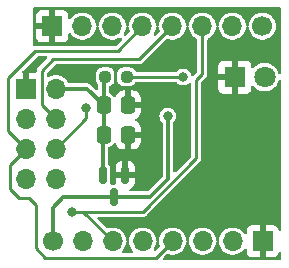
<source format=gbr>
%TF.GenerationSoftware,KiCad,Pcbnew,7.0.2-1.fc38*%
%TF.CreationDate,2023-05-30T17:24:49+02:00*%
%TF.ProjectId,cc1101_pcb,63633131-3031-45f7-9063-622e6b696361,rev?*%
%TF.SameCoordinates,Original*%
%TF.FileFunction,Copper,L1,Top*%
%TF.FilePolarity,Positive*%
%FSLAX46Y46*%
G04 Gerber Fmt 4.6, Leading zero omitted, Abs format (unit mm)*
G04 Created by KiCad (PCBNEW 7.0.2-1.fc38) date 2023-05-30 17:24:49*
%MOMM*%
%LPD*%
G01*
G04 APERTURE LIST*
G04 Aperture macros list*
%AMRoundRect*
0 Rectangle with rounded corners*
0 $1 Rounding radius*
0 $2 $3 $4 $5 $6 $7 $8 $9 X,Y pos of 4 corners*
0 Add a 4 corners polygon primitive as box body*
4,1,4,$2,$3,$4,$5,$6,$7,$8,$9,$2,$3,0*
0 Add four circle primitives for the rounded corners*
1,1,$1+$1,$2,$3*
1,1,$1+$1,$4,$5*
1,1,$1+$1,$6,$7*
1,1,$1+$1,$8,$9*
0 Add four rect primitives between the rounded corners*
20,1,$1+$1,$2,$3,$4,$5,0*
20,1,$1+$1,$4,$5,$6,$7,0*
20,1,$1+$1,$6,$7,$8,$9,0*
20,1,$1+$1,$8,$9,$2,$3,0*%
G04 Aperture macros list end*
%TA.AperFunction,ComponentPad*%
%ADD10C,1.700000*%
%TD*%
%TA.AperFunction,ComponentPad*%
%ADD11O,1.700000X1.700000*%
%TD*%
%TA.AperFunction,ComponentPad*%
%ADD12R,1.700000X1.700000*%
%TD*%
%TA.AperFunction,SMDPad,CuDef*%
%ADD13RoundRect,0.237500X0.250000X0.237500X-0.250000X0.237500X-0.250000X-0.237500X0.250000X-0.237500X0*%
%TD*%
%TA.AperFunction,SMDPad,CuDef*%
%ADD14RoundRect,0.250000X-0.337500X-0.475000X0.337500X-0.475000X0.337500X0.475000X-0.337500X0.475000X0*%
%TD*%
%TA.AperFunction,SMDPad,CuDef*%
%ADD15RoundRect,0.150000X-0.150000X0.587500X-0.150000X-0.587500X0.150000X-0.587500X0.150000X0.587500X0*%
%TD*%
%TA.AperFunction,ComponentPad*%
%ADD16R,1.800000X1.800000*%
%TD*%
%TA.AperFunction,ComponentPad*%
%ADD17C,1.800000*%
%TD*%
%TA.AperFunction,ViaPad*%
%ADD18C,0.800000*%
%TD*%
%TA.AperFunction,Conductor*%
%ADD19C,0.300000*%
%TD*%
%TA.AperFunction,Conductor*%
%ADD20C,0.250000*%
%TD*%
G04 APERTURE END LIST*
D10*
%TO.P,J1,1,Pin_1*%
%TO.N,Net-(J1-Pin_1)*%
X55200000Y-78900000D03*
D11*
%TO.P,J1,2,Pin_2*%
%TO.N,Net-(J1-Pin_2)*%
X52660000Y-78900000D03*
%TO.P,J1,3,Pin_3*%
%TO.N,Net-(J1-Pin_3)*%
X50120000Y-78900000D03*
%TO.P,J1,4,Pin_4*%
%TO.N,Net-(J1-Pin_4)*%
X47580000Y-78900000D03*
%TO.P,J1,5,Pin_5*%
%TO.N,Net-(J1-Pin_5)*%
X45040000Y-78900000D03*
%TO.P,J1,6,Pin_6*%
%TO.N,Net-(J1-Pin_6)*%
X42500000Y-78900000D03*
%TO.P,J1,7,Pin_7*%
%TO.N,unconnected-(J1-Pin_7-Pad7)*%
X39960000Y-78900000D03*
D12*
%TO.P,J1,8,Pin_8*%
%TO.N,GND*%
X37420000Y-78900000D03*
%TD*%
D13*
%TO.P,R1,1*%
%TO.N,Net-(D1-A)*%
X43712500Y-83162500D03*
%TO.P,R1,2*%
%TO.N,Net-(J3-Pin_2)*%
X41887500Y-83162500D03*
%TD*%
D10*
%TO.P,J2,1,Pin_1*%
%TO.N,Net-(J1-Pin_1)*%
X37440000Y-97100000D03*
D11*
%TO.P,J2,2,Pin_2*%
%TO.N,Net-(J1-Pin_2)*%
X39980000Y-97100000D03*
%TO.P,J2,3,Pin_3*%
%TO.N,Net-(J1-Pin_3)*%
X42520000Y-97100000D03*
%TO.P,J2,4,Pin_4*%
%TO.N,Net-(J1-Pin_4)*%
X45060000Y-97100000D03*
%TO.P,J2,5,Pin_5*%
%TO.N,Net-(J1-Pin_5)*%
X47600000Y-97100000D03*
%TO.P,J2,6,Pin_6*%
%TO.N,Net-(J1-Pin_6)*%
X50140000Y-97100000D03*
%TO.P,J2,7,Pin_7*%
%TO.N,unconnected-(J2-Pin_7-Pad7)*%
X52680000Y-97100000D03*
D12*
%TO.P,J2,8,Pin_8*%
%TO.N,GND*%
X55220000Y-97100000D03*
%TD*%
D14*
%TO.P,C1,1*%
%TO.N,Net-(J3-Pin_2)*%
X41762500Y-88100000D03*
%TO.P,C1,2*%
%TO.N,GND*%
X43837500Y-88100000D03*
%TD*%
D15*
%TO.P,MCP1700,1,GND*%
%TO.N,GND*%
X43600000Y-91462500D03*
%TO.P,MCP1700,2,VO*%
%TO.N,Net-(J3-Pin_2)*%
X41700000Y-91462500D03*
%TO.P,MCP1700,3,VI*%
%TO.N,Net-(J1-Pin_1)*%
X42650000Y-93337500D03*
%TD*%
D16*
%TO.P,LED,1,K*%
%TO.N,GND*%
X52860000Y-83200000D03*
D17*
%TO.P,LED,2,A*%
%TO.N,Net-(D1-A)*%
X55400000Y-83200000D03*
%TD*%
D14*
%TO.P,C2,1*%
%TO.N,Net-(J3-Pin_2)*%
X41762500Y-85562500D03*
%TO.P,C2,2*%
%TO.N,GND*%
X43837500Y-85562500D03*
%TD*%
D12*
%TO.P,J3,1,Pin_1*%
%TO.N,GND*%
X35160000Y-84180000D03*
D11*
%TO.P,J3,2,Pin_2*%
%TO.N,Net-(J3-Pin_2)*%
X37700000Y-84180000D03*
%TO.P,J3,3,Pin_3*%
%TO.N,Net-(J1-Pin_6)*%
X35160000Y-86720000D03*
%TO.P,J3,4,Pin_4*%
%TO.N,Net-(J1-Pin_4)*%
X37700000Y-86720000D03*
%TO.P,J3,5,Pin_5*%
%TO.N,Net-(J1-Pin_5)*%
X35160000Y-89260000D03*
%TO.P,J3,6,Pin_6*%
%TO.N,Net-(J1-Pin_2)*%
X37700000Y-89260000D03*
%TO.P,J3,7,Pin_7*%
%TO.N,Net-(J1-Pin_3)*%
X35160000Y-91800000D03*
%TO.P,J3,8,Pin_8*%
%TO.N,unconnected-(J3-Pin_8-Pad8)*%
X37700000Y-91800000D03*
%TD*%
D18*
%TO.N,GND*%
X46000000Y-86600000D03*
X46000000Y-90200000D03*
%TO.N,Net-(J1-Pin_1)*%
X47200000Y-86500000D03*
%TO.N,Net-(J1-Pin_2)*%
X40300000Y-85800000D03*
%TO.N,Net-(J1-Pin_3)*%
X39100000Y-94600000D03*
%TO.N,Net-(D1-A)*%
X48500000Y-83200000D03*
%TD*%
D19*
%TO.N,Net-(J3-Pin_2)*%
X41700000Y-91462500D02*
X41700000Y-88162500D01*
X41762500Y-88100000D02*
X41762500Y-85562500D01*
X41762500Y-85562500D02*
X41762500Y-83287500D01*
X41762500Y-83287500D02*
X41887500Y-83162500D01*
X40380000Y-84180000D02*
X41762500Y-85562500D01*
X37700000Y-84180000D02*
X40380000Y-84180000D01*
X41700000Y-88162500D02*
X41762500Y-88100000D01*
%TO.N,Net-(J1-Pin_1)*%
X47200000Y-91800000D02*
X45662500Y-93337500D01*
X45662500Y-93337500D02*
X42650000Y-93337500D01*
X47200000Y-86500000D02*
X47200000Y-91800000D01*
X37440000Y-97100000D02*
X37440000Y-94260000D01*
X37440000Y-94260000D02*
X38362500Y-93337500D01*
X38362500Y-93337500D02*
X42650000Y-93337500D01*
D20*
%TO.N,Net-(J1-Pin_2)*%
X40300000Y-86660000D02*
X40300000Y-85800000D01*
X37700000Y-89260000D02*
X40300000Y-86660000D01*
%TO.N,Net-(J1-Pin_3)*%
X39100000Y-94600000D02*
X45071752Y-94600000D01*
X50120000Y-82951752D02*
X50120000Y-78900000D01*
X40020000Y-94600000D02*
X42520000Y-97100000D01*
X39100000Y-94600000D02*
X40020000Y-94600000D01*
X45071752Y-94600000D02*
X49600000Y-90071752D01*
X49600000Y-83471752D02*
X50120000Y-82951752D01*
X49600000Y-90071752D02*
X49600000Y-83471752D01*
%TO.N,Net-(J1-Pin_4)*%
X37500000Y-81700000D02*
X36525000Y-82675000D01*
X36525000Y-82675000D02*
X36525000Y-85545000D01*
X44780000Y-81700000D02*
X37500000Y-81700000D01*
X47580000Y-78900000D02*
X44780000Y-81700000D01*
X36525000Y-85545000D02*
X37700000Y-86720000D01*
%TO.N,Net-(J1-Pin_5)*%
X33800000Y-92700000D02*
X34575000Y-93475000D01*
X35160000Y-89260000D02*
X33700000Y-87800000D01*
X42940000Y-81000000D02*
X45040000Y-78900000D01*
X46200000Y-98500000D02*
X47600000Y-97100000D01*
X33700000Y-87800000D02*
X33700000Y-83290000D01*
X36000000Y-94000000D02*
X36000000Y-97700000D01*
X34575000Y-93475000D02*
X35475000Y-93475000D01*
X35990000Y-81000000D02*
X42940000Y-81000000D01*
X36000000Y-97700000D02*
X36800000Y-98500000D01*
X33800000Y-90620000D02*
X33800000Y-92700000D01*
X36800000Y-98500000D02*
X46200000Y-98500000D01*
X35475000Y-93475000D02*
X36000000Y-94000000D01*
X35160000Y-89260000D02*
X33800000Y-90620000D01*
X33700000Y-83290000D02*
X35990000Y-81000000D01*
%TO.N,Net-(D1-A)*%
X48462500Y-83162500D02*
X48500000Y-83200000D01*
X43712500Y-83162500D02*
X48462500Y-83162500D01*
%TD*%
%TA.AperFunction,Conductor*%
%TO.N,GND*%
G36*
X56743039Y-77319685D02*
G01*
X56788794Y-77372489D01*
X56800000Y-77424000D01*
X56800000Y-82844779D01*
X56780315Y-82911818D01*
X56727511Y-82957573D01*
X56658353Y-82967517D01*
X56594797Y-82938492D01*
X56557023Y-82879714D01*
X56556734Y-82878713D01*
X56524230Y-82764473D01*
X56425058Y-82565311D01*
X56290980Y-82387762D01*
X56126562Y-82237875D01*
X55937404Y-82120754D01*
X55842138Y-82083848D01*
X55729940Y-82040382D01*
X55511243Y-81999500D01*
X55288757Y-81999500D01*
X55070059Y-82040382D01*
X55070060Y-82040382D01*
X54862595Y-82120754D01*
X54673437Y-82237875D01*
X54509019Y-82387762D01*
X54482954Y-82422279D01*
X54426845Y-82463915D01*
X54357133Y-82468606D01*
X54295951Y-82434864D01*
X54262724Y-82373400D01*
X54260000Y-82347552D01*
X54260000Y-82255481D01*
X54259645Y-82248867D01*
X54253599Y-82192628D01*
X54203352Y-82057910D01*
X54117188Y-81942811D01*
X54002089Y-81856647D01*
X53867371Y-81806400D01*
X53811132Y-81800354D01*
X53804518Y-81800000D01*
X53110000Y-81800000D01*
X53110000Y-82825810D01*
X53057453Y-82789984D01*
X52927827Y-82750000D01*
X52826276Y-82750000D01*
X52725862Y-82765135D01*
X52610000Y-82820931D01*
X52610000Y-81800000D01*
X51915482Y-81800000D01*
X51908867Y-81800354D01*
X51852628Y-81806400D01*
X51717910Y-81856647D01*
X51602811Y-81942811D01*
X51516647Y-82057910D01*
X51466400Y-82192628D01*
X51460354Y-82248867D01*
X51460000Y-82255481D01*
X51460000Y-82950000D01*
X52484722Y-82950000D01*
X52436375Y-83033740D01*
X52406190Y-83165992D01*
X52416327Y-83301265D01*
X52465887Y-83427541D01*
X52483797Y-83450000D01*
X51460000Y-83450000D01*
X51460000Y-84144518D01*
X51460354Y-84151132D01*
X51466400Y-84207371D01*
X51516647Y-84342089D01*
X51602811Y-84457188D01*
X51717910Y-84543352D01*
X51852628Y-84593599D01*
X51908867Y-84599645D01*
X51915482Y-84600000D01*
X52610000Y-84600000D01*
X52610000Y-83574189D01*
X52662547Y-83610016D01*
X52792173Y-83650000D01*
X52893724Y-83650000D01*
X52994138Y-83634865D01*
X53110000Y-83579068D01*
X53110000Y-84600000D01*
X53804518Y-84600000D01*
X53811132Y-84599645D01*
X53867371Y-84593599D01*
X54002089Y-84543352D01*
X54117188Y-84457188D01*
X54203352Y-84342089D01*
X54253599Y-84207371D01*
X54259645Y-84151132D01*
X54260000Y-84144518D01*
X54260000Y-84052447D01*
X54279685Y-83985408D01*
X54332489Y-83939653D01*
X54401647Y-83929709D01*
X54465203Y-83958734D01*
X54482952Y-83977718D01*
X54495388Y-83994186D01*
X54509020Y-84012238D01*
X54673437Y-84162124D01*
X54862595Y-84279245D01*
X54862597Y-84279245D01*
X54862599Y-84279247D01*
X55070060Y-84359618D01*
X55288757Y-84400500D01*
X55288759Y-84400500D01*
X55511241Y-84400500D01*
X55511243Y-84400500D01*
X55729940Y-84359618D01*
X55937401Y-84279247D01*
X56126562Y-84162124D01*
X56290981Y-84012236D01*
X56425058Y-83834689D01*
X56524229Y-83635528D01*
X56525142Y-83632321D01*
X56556734Y-83521286D01*
X56594013Y-83462193D01*
X56657322Y-83432635D01*
X56726562Y-83441997D01*
X56779749Y-83487307D01*
X56799996Y-83554178D01*
X56800000Y-83555220D01*
X56800000Y-96089156D01*
X56780315Y-96156195D01*
X56727511Y-96201950D01*
X56658353Y-96211894D01*
X56594797Y-96182869D01*
X56559818Y-96132490D01*
X56513352Y-96007910D01*
X56427188Y-95892811D01*
X56312089Y-95806647D01*
X56177371Y-95756400D01*
X56121132Y-95750354D01*
X56114518Y-95750000D01*
X55470000Y-95750000D01*
X55470000Y-96664498D01*
X55362315Y-96615320D01*
X55255763Y-96600000D01*
X55184237Y-96600000D01*
X55077685Y-96615320D01*
X54970000Y-96664498D01*
X54970000Y-95750000D01*
X54325482Y-95750000D01*
X54318867Y-95750354D01*
X54262628Y-95756400D01*
X54127910Y-95806647D01*
X54012811Y-95892811D01*
X53926647Y-96007910D01*
X53876400Y-96142628D01*
X53870354Y-96198867D01*
X53870000Y-96205481D01*
X53870000Y-96396731D01*
X53850315Y-96463770D01*
X53797511Y-96509525D01*
X53728353Y-96519469D01*
X53664797Y-96490444D01*
X53647046Y-96471458D01*
X53533873Y-96321594D01*
X53376301Y-96177947D01*
X53195017Y-96065701D01*
X52996198Y-95988679D01*
X52979411Y-95985541D01*
X52786610Y-95949500D01*
X52573390Y-95949500D01*
X52433664Y-95975619D01*
X52363801Y-95988679D01*
X52164982Y-96065701D01*
X51983698Y-96177947D01*
X51826126Y-96321594D01*
X51697631Y-96491747D01*
X51602595Y-96682609D01*
X51544243Y-96887689D01*
X51533471Y-97003951D01*
X51507685Y-97068888D01*
X51463130Y-97100804D01*
X51499503Y-97121668D01*
X51531693Y-97183681D01*
X51533471Y-97196048D01*
X51544243Y-97312310D01*
X51602595Y-97517390D01*
X51697631Y-97708252D01*
X51826126Y-97878405D01*
X51826128Y-97878407D01*
X51983698Y-98022052D01*
X52164981Y-98134298D01*
X52363802Y-98211321D01*
X52573390Y-98250500D01*
X52573392Y-98250500D01*
X52786608Y-98250500D01*
X52786610Y-98250500D01*
X52996198Y-98211321D01*
X53195019Y-98134298D01*
X53376302Y-98022052D01*
X53533872Y-97878407D01*
X53647047Y-97728540D01*
X53703155Y-97686905D01*
X53772867Y-97682214D01*
X53834049Y-97715956D01*
X53867276Y-97777419D01*
X53870000Y-97803268D01*
X53870000Y-97994518D01*
X53870354Y-98001132D01*
X53876400Y-98057371D01*
X53926647Y-98192089D01*
X54012811Y-98307188D01*
X54127910Y-98393352D01*
X54262628Y-98443599D01*
X54318867Y-98449645D01*
X54325482Y-98450000D01*
X54970000Y-98450000D01*
X54970000Y-97535501D01*
X55077685Y-97584680D01*
X55184237Y-97600000D01*
X55255763Y-97600000D01*
X55362315Y-97584680D01*
X55470000Y-97535501D01*
X55470000Y-98450000D01*
X56114518Y-98450000D01*
X56121132Y-98449645D01*
X56177371Y-98443599D01*
X56312089Y-98393352D01*
X56427188Y-98307188D01*
X56513352Y-98192088D01*
X56559818Y-98067510D01*
X56601689Y-98011576D01*
X56667154Y-97987159D01*
X56735427Y-98002011D01*
X56784832Y-98051416D01*
X56800000Y-98110843D01*
X56800000Y-98576000D01*
X56780315Y-98643039D01*
X56727511Y-98688794D01*
X56676000Y-98700000D01*
X46901109Y-98700000D01*
X46834070Y-98680315D01*
X46788315Y-98627511D01*
X46778371Y-98558353D01*
X46807396Y-98494797D01*
X46813428Y-98488319D01*
X46908395Y-98393352D01*
X47087290Y-98214456D01*
X47148611Y-98180973D01*
X47218302Y-98185957D01*
X47219762Y-98186512D01*
X47234158Y-98192089D01*
X47283802Y-98211321D01*
X47493390Y-98250500D01*
X47493392Y-98250500D01*
X47706608Y-98250500D01*
X47706610Y-98250500D01*
X47916198Y-98211321D01*
X48115019Y-98134298D01*
X48296302Y-98022052D01*
X48453872Y-97878407D01*
X48582366Y-97708255D01*
X48582366Y-97708253D01*
X48582368Y-97708252D01*
X48673639Y-97524952D01*
X48677405Y-97517389D01*
X48735756Y-97312310D01*
X48746529Y-97196047D01*
X48772315Y-97131111D01*
X48814622Y-97100804D01*
X48923130Y-97100804D01*
X48959503Y-97121668D01*
X48991693Y-97183681D01*
X48993471Y-97196048D01*
X49004243Y-97312310D01*
X49062595Y-97517390D01*
X49157631Y-97708252D01*
X49286126Y-97878405D01*
X49286128Y-97878407D01*
X49443698Y-98022052D01*
X49624981Y-98134298D01*
X49823802Y-98211321D01*
X50033390Y-98250500D01*
X50033392Y-98250500D01*
X50246608Y-98250500D01*
X50246610Y-98250500D01*
X50456198Y-98211321D01*
X50655019Y-98134298D01*
X50836302Y-98022052D01*
X50993872Y-97878407D01*
X51122366Y-97708255D01*
X51122366Y-97708253D01*
X51122368Y-97708252D01*
X51213639Y-97524952D01*
X51217405Y-97517389D01*
X51275756Y-97312310D01*
X51286529Y-97196047D01*
X51312315Y-97131111D01*
X51356869Y-97099194D01*
X51320497Y-97078331D01*
X51288307Y-97016318D01*
X51286529Y-97003951D01*
X51275756Y-96887689D01*
X51242043Y-96769202D01*
X51217405Y-96682611D01*
X51213639Y-96675048D01*
X51122368Y-96491747D01*
X50993873Y-96321594D01*
X50836301Y-96177947D01*
X50655017Y-96065701D01*
X50456198Y-95988679D01*
X50439411Y-95985541D01*
X50246610Y-95949500D01*
X50033390Y-95949500D01*
X49893664Y-95975619D01*
X49823801Y-95988679D01*
X49624982Y-96065701D01*
X49443698Y-96177947D01*
X49286126Y-96321594D01*
X49157631Y-96491747D01*
X49062595Y-96682609D01*
X49004243Y-96887689D01*
X48993471Y-97003951D01*
X48967685Y-97068888D01*
X48923130Y-97100804D01*
X48814622Y-97100804D01*
X48816869Y-97099194D01*
X48780497Y-97078331D01*
X48748307Y-97016318D01*
X48746529Y-97003951D01*
X48735756Y-96887689D01*
X48702043Y-96769202D01*
X48677405Y-96682611D01*
X48673639Y-96675048D01*
X48582368Y-96491747D01*
X48453873Y-96321594D01*
X48296301Y-96177947D01*
X48115017Y-96065701D01*
X47916198Y-95988679D01*
X47899411Y-95985541D01*
X47706610Y-95949500D01*
X47493390Y-95949500D01*
X47353664Y-95975619D01*
X47283801Y-95988679D01*
X47084982Y-96065701D01*
X46903698Y-96177947D01*
X46746126Y-96321594D01*
X46617631Y-96491747D01*
X46522595Y-96682609D01*
X46464243Y-96887689D01*
X46453471Y-97003951D01*
X46427685Y-97068888D01*
X46383130Y-97100804D01*
X46419503Y-97121668D01*
X46451693Y-97183681D01*
X46453471Y-97196048D01*
X46464244Y-97312312D01*
X46515558Y-97492662D01*
X46514972Y-97562529D01*
X46483973Y-97614277D01*
X46233357Y-97864893D01*
X46172034Y-97898378D01*
X46102342Y-97893394D01*
X46046409Y-97851522D01*
X46021992Y-97786058D01*
X46036844Y-97717785D01*
X46040238Y-97712528D01*
X46052997Y-97686905D01*
X46137405Y-97517389D01*
X46195756Y-97312310D01*
X46206529Y-97196047D01*
X46232315Y-97131111D01*
X46276869Y-97099194D01*
X46240497Y-97078331D01*
X46208307Y-97016318D01*
X46206529Y-97003951D01*
X46195756Y-96887689D01*
X46162043Y-96769202D01*
X46137405Y-96682611D01*
X46133639Y-96675048D01*
X46042368Y-96491747D01*
X45913873Y-96321594D01*
X45756301Y-96177947D01*
X45575017Y-96065701D01*
X45376198Y-95988679D01*
X45359411Y-95985541D01*
X45166610Y-95949500D01*
X44953390Y-95949500D01*
X44813664Y-95975619D01*
X44743801Y-95988679D01*
X44544982Y-96065701D01*
X44363698Y-96177947D01*
X44206126Y-96321594D01*
X44077631Y-96491747D01*
X43982595Y-96682609D01*
X43924243Y-96887689D01*
X43913471Y-97003951D01*
X43887685Y-97068888D01*
X43843130Y-97100804D01*
X43879503Y-97121668D01*
X43911693Y-97183681D01*
X43913471Y-97196048D01*
X43924243Y-97312310D01*
X43982595Y-97517390D01*
X44077631Y-97708252D01*
X44204139Y-97875773D01*
X44228831Y-97941134D01*
X44214266Y-98009469D01*
X44165069Y-98059081D01*
X44105185Y-98074500D01*
X43474815Y-98074500D01*
X43407776Y-98054815D01*
X43362021Y-98002011D01*
X43352077Y-97932853D01*
X43375861Y-97875773D01*
X43394175Y-97851522D01*
X43502366Y-97708255D01*
X43502366Y-97708253D01*
X43502368Y-97708252D01*
X43593639Y-97524952D01*
X43597405Y-97517389D01*
X43655756Y-97312310D01*
X43666529Y-97196047D01*
X43692315Y-97131111D01*
X43736869Y-97099194D01*
X43700497Y-97078331D01*
X43668307Y-97016318D01*
X43666529Y-97003951D01*
X43655756Y-96887689D01*
X43622043Y-96769202D01*
X43597405Y-96682611D01*
X43593639Y-96675048D01*
X43502368Y-96491747D01*
X43373873Y-96321594D01*
X43216301Y-96177947D01*
X43035017Y-96065701D01*
X42836198Y-95988679D01*
X42819411Y-95985541D01*
X42626610Y-95949500D01*
X42413390Y-95949500D01*
X42203802Y-95988679D01*
X42203800Y-95988679D01*
X42203798Y-95988680D01*
X42139762Y-96013487D01*
X42070139Y-96019348D01*
X42008399Y-95986638D01*
X42007289Y-95985541D01*
X41258929Y-95237181D01*
X41225444Y-95175858D01*
X41230428Y-95106166D01*
X41272300Y-95050233D01*
X41337764Y-95025816D01*
X41346610Y-95025500D01*
X45139143Y-95025500D01*
X45139145Y-95025500D01*
X45162115Y-95018035D01*
X45181018Y-95013497D01*
X45204878Y-95009719D01*
X45226399Y-94998752D01*
X45244368Y-94991309D01*
X45267333Y-94983849D01*
X45286863Y-94969658D01*
X45303456Y-94959489D01*
X45324972Y-94948528D01*
X45420280Y-94853220D01*
X49924554Y-90348946D01*
X49952232Y-90321268D01*
X49955776Y-90310746D01*
X49959495Y-90303446D01*
X49969650Y-90286877D01*
X49983850Y-90267333D01*
X49991312Y-90244364D01*
X49998752Y-90226398D01*
X50009719Y-90204878D01*
X50013496Y-90181023D01*
X50018036Y-90162115D01*
X50025500Y-90139145D01*
X50025500Y-90004359D01*
X50025500Y-83699359D01*
X50045185Y-83632321D01*
X50061815Y-83611683D01*
X50373218Y-83300280D01*
X50373220Y-83300280D01*
X50468528Y-83204972D01*
X50479491Y-83183454D01*
X50489657Y-83166865D01*
X50503849Y-83147333D01*
X50511310Y-83124366D01*
X50518753Y-83106397D01*
X50529719Y-83084878D01*
X50533497Y-83061018D01*
X50538035Y-83042115D01*
X50545500Y-83019145D01*
X50545500Y-82884359D01*
X50545500Y-80053919D01*
X50565185Y-79986880D01*
X50617989Y-79941125D01*
X50624691Y-79938298D01*
X50635019Y-79934298D01*
X50816302Y-79822052D01*
X50973872Y-79678407D01*
X51102366Y-79508255D01*
X51102366Y-79508253D01*
X51102368Y-79508252D01*
X51193639Y-79324952D01*
X51197405Y-79317389D01*
X51255756Y-79112310D01*
X51266529Y-78996047D01*
X51292315Y-78931111D01*
X51334622Y-78900804D01*
X51443130Y-78900804D01*
X51479503Y-78921668D01*
X51511693Y-78983681D01*
X51513471Y-78996048D01*
X51524243Y-79112310D01*
X51582595Y-79317390D01*
X51677631Y-79508252D01*
X51806126Y-79678405D01*
X51806128Y-79678407D01*
X51963698Y-79822052D01*
X52144981Y-79934298D01*
X52343802Y-80011321D01*
X52553390Y-80050500D01*
X52553392Y-80050500D01*
X52766608Y-80050500D01*
X52766610Y-80050500D01*
X52976198Y-80011321D01*
X53175019Y-79934298D01*
X53356302Y-79822052D01*
X53513872Y-79678407D01*
X53642366Y-79508255D01*
X53642366Y-79508253D01*
X53642368Y-79508252D01*
X53733639Y-79324952D01*
X53737405Y-79317389D01*
X53795756Y-79112310D01*
X53806529Y-78996047D01*
X53832315Y-78931111D01*
X53874622Y-78900804D01*
X53983130Y-78900804D01*
X54019503Y-78921668D01*
X54051693Y-78983681D01*
X54053471Y-78996048D01*
X54064243Y-79112310D01*
X54122595Y-79317390D01*
X54217631Y-79508252D01*
X54346126Y-79678405D01*
X54346128Y-79678407D01*
X54503698Y-79822052D01*
X54684981Y-79934298D01*
X54883802Y-80011321D01*
X55093390Y-80050500D01*
X55093392Y-80050500D01*
X55306608Y-80050500D01*
X55306610Y-80050500D01*
X55516198Y-80011321D01*
X55715019Y-79934298D01*
X55896302Y-79822052D01*
X56053872Y-79678407D01*
X56182366Y-79508255D01*
X56182366Y-79508253D01*
X56182368Y-79508252D01*
X56273639Y-79324952D01*
X56277405Y-79317389D01*
X56335756Y-79112310D01*
X56355429Y-78900000D01*
X56335756Y-78687690D01*
X56277405Y-78482611D01*
X56273639Y-78475048D01*
X56182368Y-78291747D01*
X56053873Y-78121594D01*
X55896301Y-77977947D01*
X55715017Y-77865701D01*
X55516198Y-77788679D01*
X55516198Y-77788678D01*
X55306610Y-77749500D01*
X55093390Y-77749500D01*
X54953664Y-77775619D01*
X54883801Y-77788679D01*
X54684982Y-77865701D01*
X54503698Y-77977947D01*
X54346126Y-78121594D01*
X54217631Y-78291747D01*
X54122595Y-78482609D01*
X54064243Y-78687689D01*
X54053471Y-78803951D01*
X54027685Y-78868888D01*
X53983130Y-78900804D01*
X53874622Y-78900804D01*
X53876869Y-78899194D01*
X53840497Y-78878331D01*
X53808307Y-78816318D01*
X53806529Y-78803951D01*
X53795756Y-78687689D01*
X53737404Y-78482609D01*
X53642368Y-78291747D01*
X53513873Y-78121594D01*
X53356301Y-77977947D01*
X53175017Y-77865701D01*
X52976198Y-77788679D01*
X52976197Y-77788679D01*
X52766610Y-77749500D01*
X52553390Y-77749500D01*
X52413664Y-77775619D01*
X52343801Y-77788679D01*
X52144982Y-77865701D01*
X51963698Y-77977947D01*
X51806126Y-78121594D01*
X51677631Y-78291747D01*
X51582595Y-78482609D01*
X51524243Y-78687689D01*
X51513471Y-78803951D01*
X51487685Y-78868888D01*
X51443130Y-78900804D01*
X51334622Y-78900804D01*
X51336869Y-78899194D01*
X51300497Y-78878331D01*
X51268307Y-78816318D01*
X51266529Y-78803951D01*
X51255756Y-78687689D01*
X51197404Y-78482609D01*
X51102368Y-78291747D01*
X50973873Y-78121594D01*
X50816301Y-77977947D01*
X50635017Y-77865701D01*
X50436198Y-77788679D01*
X50436197Y-77788678D01*
X50226610Y-77749500D01*
X50013390Y-77749500D01*
X49873664Y-77775619D01*
X49803801Y-77788679D01*
X49604982Y-77865701D01*
X49423698Y-77977947D01*
X49266126Y-78121594D01*
X49137631Y-78291747D01*
X49042595Y-78482609D01*
X48984243Y-78687689D01*
X48973471Y-78803951D01*
X48947685Y-78868888D01*
X48903130Y-78900804D01*
X48939503Y-78921668D01*
X48971693Y-78983681D01*
X48973471Y-78996048D01*
X48984243Y-79112310D01*
X49042595Y-79317390D01*
X49137631Y-79508252D01*
X49266126Y-79678405D01*
X49266128Y-79678407D01*
X49423698Y-79822052D01*
X49604981Y-79934298D01*
X49615291Y-79938292D01*
X49670693Y-79980861D01*
X49694285Y-80046627D01*
X49694500Y-80053919D01*
X49694500Y-82724141D01*
X49674815Y-82791180D01*
X49658181Y-82811822D01*
X49390523Y-83079479D01*
X49329200Y-83112964D01*
X49259508Y-83107980D01*
X49203575Y-83066108D01*
X49186900Y-83035768D01*
X49136400Y-82902609D01*
X49124818Y-82872070D01*
X49040559Y-82750000D01*
X49028184Y-82732072D01*
X48951923Y-82664511D01*
X48900852Y-82619266D01*
X48878636Y-82607606D01*
X48750224Y-82540209D01*
X48625764Y-82509533D01*
X48585056Y-82499500D01*
X48414944Y-82499500D01*
X48403231Y-82502387D01*
X48249775Y-82540209D01*
X48099146Y-82619267D01*
X48001452Y-82705816D01*
X47938219Y-82735537D01*
X47919226Y-82737000D01*
X44551078Y-82737000D01*
X44484039Y-82717315D01*
X44438284Y-82664511D01*
X44435887Y-82658876D01*
X44435862Y-82658844D01*
X44435862Y-82658842D01*
X44390480Y-82598997D01*
X44346500Y-82540999D01*
X44228657Y-82451637D01*
X44091076Y-82397382D01*
X44008297Y-82387441D01*
X44008283Y-82387440D01*
X44004618Y-82387000D01*
X43420382Y-82387000D01*
X43416717Y-82387440D01*
X43416702Y-82387441D01*
X43333923Y-82397382D01*
X43196342Y-82451637D01*
X43078499Y-82540999D01*
X42989137Y-82658842D01*
X42934882Y-82796423D01*
X42924941Y-82879202D01*
X42924940Y-82879217D01*
X42924500Y-82882882D01*
X42924500Y-83442118D01*
X42924940Y-83445783D01*
X42924941Y-83445797D01*
X42934882Y-83528576D01*
X42989137Y-83666157D01*
X43078499Y-83784000D01*
X43196341Y-83873361D01*
X43196342Y-83873362D01*
X43333923Y-83927617D01*
X43420382Y-83938000D01*
X43424082Y-83938000D01*
X44000918Y-83938000D01*
X44004618Y-83938000D01*
X44091077Y-83927617D01*
X44228658Y-83873362D01*
X44346500Y-83784000D01*
X44435862Y-83666158D01*
X44435861Y-83666158D01*
X44446160Y-83652578D01*
X44446413Y-83652770D01*
X44478632Y-83611364D01*
X44544540Y-83588172D01*
X44551078Y-83588000D01*
X47851566Y-83588000D01*
X47918605Y-83607685D01*
X47953615Y-83641559D01*
X47971817Y-83667929D01*
X48099148Y-83780734D01*
X48249775Y-83859790D01*
X48414944Y-83900500D01*
X48414945Y-83900500D01*
X48585055Y-83900500D01*
X48585056Y-83900500D01*
X48750225Y-83859790D01*
X48900852Y-83780734D01*
X48968274Y-83721003D01*
X49031506Y-83691282D01*
X49100769Y-83700466D01*
X49154073Y-83745638D01*
X49174493Y-83812457D01*
X49174500Y-83813819D01*
X49174500Y-89844141D01*
X49154815Y-89911180D01*
X49138181Y-89931822D01*
X47862181Y-91207822D01*
X47800858Y-91241307D01*
X47731166Y-91236323D01*
X47675233Y-91194451D01*
X47650816Y-91128987D01*
X47650500Y-91120141D01*
X47650500Y-89107738D01*
X47650500Y-87092553D01*
X47670184Y-87025518D01*
X47692270Y-86999743D01*
X47728183Y-86967929D01*
X47824818Y-86827930D01*
X47885140Y-86668872D01*
X47905645Y-86500000D01*
X47885140Y-86331128D01*
X47824818Y-86172070D01*
X47761682Y-86080602D01*
X47728184Y-86032072D01*
X47728183Y-86032071D01*
X47600852Y-85919266D01*
X47543397Y-85889111D01*
X47450224Y-85840209D01*
X47325765Y-85809533D01*
X47285056Y-85799500D01*
X47114944Y-85799500D01*
X47082284Y-85807549D01*
X46949775Y-85840209D01*
X46799149Y-85919265D01*
X46671815Y-86032072D01*
X46575182Y-86172069D01*
X46514860Y-86331127D01*
X46494354Y-86500000D01*
X46514860Y-86668872D01*
X46575182Y-86827930D01*
X46671816Y-86967929D01*
X46707725Y-86999740D01*
X46744853Y-87058929D01*
X46749500Y-87092557D01*
X46749500Y-91562035D01*
X46729815Y-91629074D01*
X46713181Y-91649716D01*
X45512216Y-92850681D01*
X45450893Y-92884166D01*
X45424535Y-92887000D01*
X44064888Y-92887000D01*
X43997849Y-92867315D01*
X43952094Y-92814511D01*
X43942150Y-92745353D01*
X43971175Y-92681797D01*
X44001767Y-92656268D01*
X44151557Y-92567682D01*
X44267682Y-92451557D01*
X44351282Y-92310197D01*
X44397099Y-92152493D01*
X44399808Y-92118076D01*
X44400000Y-92113196D01*
X44400000Y-91712500D01*
X42800000Y-91712500D01*
X42800000Y-92113196D01*
X42800191Y-92118076D01*
X42803897Y-92165156D01*
X42799458Y-92165505D01*
X42799352Y-92210716D01*
X42761439Y-92269405D01*
X42697814Y-92298279D01*
X42680458Y-92299500D01*
X42445734Y-92299500D01*
X42437811Y-92300243D01*
X42425458Y-92301401D01*
X42356874Y-92288059D01*
X42306391Y-92239755D01*
X42290037Y-92171827D01*
X42296844Y-92136988D01*
X42297646Y-92134699D01*
X42300500Y-92104266D01*
X42300500Y-91212500D01*
X42800000Y-91212500D01*
X43350000Y-91212500D01*
X43350000Y-90227703D01*
X43850000Y-90227703D01*
X43850000Y-91212500D01*
X44400000Y-91212500D01*
X44400000Y-90811803D01*
X44399808Y-90806923D01*
X44397099Y-90772506D01*
X44351282Y-90614802D01*
X44267682Y-90473442D01*
X44151557Y-90357317D01*
X44010200Y-90273719D01*
X43852487Y-90227900D01*
X43850000Y-90227703D01*
X43350000Y-90227703D01*
X43347512Y-90227900D01*
X43189799Y-90273719D01*
X43048442Y-90357317D01*
X42932317Y-90473442D01*
X42848717Y-90614802D01*
X42802900Y-90772506D01*
X42800191Y-90806923D01*
X42800000Y-90811803D01*
X42800000Y-91212500D01*
X42300500Y-91212500D01*
X42300500Y-90820734D01*
X42297646Y-90790301D01*
X42252793Y-90662118D01*
X42252792Y-90662115D01*
X42174730Y-90556344D01*
X42150759Y-90490715D01*
X42150500Y-90482711D01*
X42150500Y-89231238D01*
X42170185Y-89164199D01*
X42222989Y-89118444D01*
X42229010Y-89115883D01*
X42231559Y-89114877D01*
X42231564Y-89114877D01*
X42372342Y-89059361D01*
X42492922Y-88967922D01*
X42584361Y-88847342D01*
X42584361Y-88847339D01*
X42592136Y-88837088D01*
X42648328Y-88795565D01*
X42718049Y-88791013D01*
X42779163Y-88824877D01*
X42808646Y-88873008D01*
X42815643Y-88894123D01*
X42907683Y-89043345D01*
X43031654Y-89167316D01*
X43180877Y-89259357D01*
X43347303Y-89314506D01*
X43446890Y-89324680D01*
X43453168Y-89324999D01*
X43587499Y-89324999D01*
X43587500Y-89324998D01*
X43587500Y-88350000D01*
X44087500Y-88350000D01*
X44087500Y-89324999D01*
X44221829Y-89324999D01*
X44228111Y-89324678D01*
X44327695Y-89314506D01*
X44494122Y-89259357D01*
X44643345Y-89167316D01*
X44767316Y-89043345D01*
X44859357Y-88894122D01*
X44914506Y-88727696D01*
X44924680Y-88628109D01*
X44925000Y-88621831D01*
X44925000Y-88350000D01*
X44087500Y-88350000D01*
X43587500Y-88350000D01*
X43587500Y-87974000D01*
X43607185Y-87906961D01*
X43659989Y-87861206D01*
X43711500Y-87850000D01*
X44924999Y-87850000D01*
X44924999Y-87578170D01*
X44924678Y-87571888D01*
X44914506Y-87472304D01*
X44859357Y-87305877D01*
X44767316Y-87156654D01*
X44643345Y-87032683D01*
X44487874Y-86936789D01*
X44441149Y-86884841D01*
X44429926Y-86815879D01*
X44457769Y-86751797D01*
X44487874Y-86725711D01*
X44643345Y-86629816D01*
X44767316Y-86505845D01*
X44859357Y-86356622D01*
X44914506Y-86190196D01*
X44924680Y-86090609D01*
X44925000Y-86084331D01*
X44925000Y-85812500D01*
X43711500Y-85812500D01*
X43644461Y-85792815D01*
X43598706Y-85740011D01*
X43587500Y-85688500D01*
X43587500Y-84337500D01*
X44087500Y-84337500D01*
X44087500Y-85312500D01*
X44924999Y-85312500D01*
X44924999Y-85040670D01*
X44924678Y-85034388D01*
X44914506Y-84934804D01*
X44859357Y-84768377D01*
X44767316Y-84619154D01*
X44643345Y-84495183D01*
X44494122Y-84403142D01*
X44327696Y-84347993D01*
X44228109Y-84337819D01*
X44221832Y-84337500D01*
X44087500Y-84337500D01*
X43587500Y-84337500D01*
X43453171Y-84337500D01*
X43446888Y-84337821D01*
X43347304Y-84347993D01*
X43180877Y-84403142D01*
X43031654Y-84495183D01*
X42907683Y-84619154D01*
X42815641Y-84768379D01*
X42808645Y-84789492D01*
X42768872Y-84846936D01*
X42704356Y-84873758D01*
X42635580Y-84861442D01*
X42592136Y-84825411D01*
X42492922Y-84694577D01*
X42372341Y-84603138D01*
X42291509Y-84571262D01*
X42236366Y-84528356D01*
X42213173Y-84462448D01*
X42213000Y-84455908D01*
X42213000Y-84032942D01*
X42232685Y-83965903D01*
X42285489Y-83920148D01*
X42291510Y-83917588D01*
X42361591Y-83889951D01*
X42403658Y-83873362D01*
X42521500Y-83784000D01*
X42610862Y-83666158D01*
X42665117Y-83528577D01*
X42675500Y-83442118D01*
X42675500Y-82882882D01*
X42665117Y-82796423D01*
X42610862Y-82658842D01*
X42597720Y-82641511D01*
X42521500Y-82540999D01*
X42403657Y-82451637D01*
X42266076Y-82397382D01*
X42183297Y-82387441D01*
X42183283Y-82387440D01*
X42179618Y-82387000D01*
X41595382Y-82387000D01*
X41591717Y-82387440D01*
X41591702Y-82387441D01*
X41508923Y-82397382D01*
X41371342Y-82451637D01*
X41253499Y-82540999D01*
X41164137Y-82658842D01*
X41109882Y-82796423D01*
X41099941Y-82879202D01*
X41099940Y-82879217D01*
X41099500Y-82882882D01*
X41099500Y-83442118D01*
X41099940Y-83445783D01*
X41099941Y-83445797D01*
X41109882Y-83528576D01*
X41164137Y-83666156D01*
X41164138Y-83666158D01*
X41246197Y-83774370D01*
X41253500Y-83784000D01*
X41262925Y-83791147D01*
X41304448Y-83847339D01*
X41312000Y-83889951D01*
X41312000Y-84175535D01*
X41292315Y-84242574D01*
X41239511Y-84288329D01*
X41170353Y-84298273D01*
X41106797Y-84269248D01*
X41100319Y-84263216D01*
X40721368Y-83884265D01*
X40712102Y-83873897D01*
X40689879Y-83846030D01*
X40642608Y-83813800D01*
X40638870Y-83811148D01*
X40588035Y-83773629D01*
X40583424Y-83771302D01*
X40523049Y-83752679D01*
X40518644Y-83751230D01*
X40459023Y-83730368D01*
X40453914Y-83729500D01*
X40447902Y-83729500D01*
X40390738Y-83729500D01*
X40386101Y-83729413D01*
X40322970Y-83727050D01*
X40304365Y-83729500D01*
X38837696Y-83729500D01*
X38770657Y-83709815D01*
X38726696Y-83660771D01*
X38682368Y-83571747D01*
X38553873Y-83401594D01*
X38396301Y-83257947D01*
X38256582Y-83171437D01*
X38215019Y-83145702D01*
X38215017Y-83145701D01*
X38016198Y-83068679D01*
X38002444Y-83066108D01*
X37806610Y-83029500D01*
X37593390Y-83029500D01*
X37476295Y-83051389D01*
X37383801Y-83068679D01*
X37184980Y-83145702D01*
X37139776Y-83173691D01*
X37072416Y-83192245D01*
X37005716Y-83171437D01*
X36960856Y-83117871D01*
X36950500Y-83068263D01*
X36950500Y-82902609D01*
X36970185Y-82835570D01*
X36986814Y-82814933D01*
X37639928Y-82161819D01*
X37701252Y-82128334D01*
X37727610Y-82125500D01*
X44847391Y-82125500D01*
X44847393Y-82125500D01*
X44870363Y-82118035D01*
X44889266Y-82113497D01*
X44913126Y-82109719D01*
X44934647Y-82098752D01*
X44952616Y-82091309D01*
X44975581Y-82083849D01*
X44995111Y-82069658D01*
X45011704Y-82059489D01*
X45033220Y-82048528D01*
X45128528Y-81953220D01*
X45128527Y-81953220D01*
X45187096Y-81894651D01*
X47067290Y-80014456D01*
X47128611Y-79980973D01*
X47198303Y-79985957D01*
X47199762Y-79986512D01*
X47214158Y-79992089D01*
X47263802Y-80011321D01*
X47473390Y-80050500D01*
X47473392Y-80050500D01*
X47686608Y-80050500D01*
X47686610Y-80050500D01*
X47896198Y-80011321D01*
X48095019Y-79934298D01*
X48276302Y-79822052D01*
X48433872Y-79678407D01*
X48562366Y-79508255D01*
X48562366Y-79508253D01*
X48562368Y-79508252D01*
X48653639Y-79324952D01*
X48657405Y-79317389D01*
X48715756Y-79112310D01*
X48726529Y-78996047D01*
X48752315Y-78931111D01*
X48796869Y-78899194D01*
X48760497Y-78878331D01*
X48728307Y-78816318D01*
X48726529Y-78803951D01*
X48715756Y-78687689D01*
X48657404Y-78482609D01*
X48562368Y-78291747D01*
X48433873Y-78121594D01*
X48276301Y-77977947D01*
X48095017Y-77865701D01*
X47896198Y-77788679D01*
X47686610Y-77749500D01*
X47473390Y-77749500D01*
X47333664Y-77775619D01*
X47263801Y-77788679D01*
X47064982Y-77865701D01*
X46883698Y-77977947D01*
X46726126Y-78121594D01*
X46597631Y-78291747D01*
X46502595Y-78482609D01*
X46444243Y-78687689D01*
X46433471Y-78803951D01*
X46407685Y-78868888D01*
X46363130Y-78900804D01*
X46399503Y-78921668D01*
X46431693Y-78983681D01*
X46433471Y-78996048D01*
X46444244Y-79112312D01*
X46495558Y-79292662D01*
X46494972Y-79362529D01*
X46463973Y-79414277D01*
X46213359Y-79664891D01*
X46152036Y-79698376D01*
X46082344Y-79693392D01*
X46026411Y-79651520D01*
X46001994Y-79586056D01*
X46016846Y-79517783D01*
X46020237Y-79512530D01*
X46022367Y-79508252D01*
X46117405Y-79317389D01*
X46175756Y-79112310D01*
X46186529Y-78996047D01*
X46212315Y-78931111D01*
X46256869Y-78899194D01*
X46220497Y-78878331D01*
X46188307Y-78816318D01*
X46186529Y-78803951D01*
X46175756Y-78687689D01*
X46117404Y-78482609D01*
X46022368Y-78291747D01*
X45893873Y-78121594D01*
X45736301Y-77977947D01*
X45555017Y-77865701D01*
X45356198Y-77788679D01*
X45356197Y-77788678D01*
X45146610Y-77749500D01*
X44933390Y-77749500D01*
X44793664Y-77775619D01*
X44723801Y-77788679D01*
X44524982Y-77865701D01*
X44343698Y-77977947D01*
X44186126Y-78121594D01*
X44057631Y-78291747D01*
X43962595Y-78482609D01*
X43904243Y-78687689D01*
X43893471Y-78803951D01*
X43867685Y-78868888D01*
X43823130Y-78900804D01*
X43859503Y-78921668D01*
X43891693Y-78983681D01*
X43893471Y-78996048D01*
X43904244Y-79112312D01*
X43955558Y-79292662D01*
X43954972Y-79362529D01*
X43923973Y-79414277D01*
X43673358Y-79664892D01*
X43612035Y-79698377D01*
X43542343Y-79693393D01*
X43486410Y-79651521D01*
X43461993Y-79586057D01*
X43476845Y-79517784D01*
X43480238Y-79512529D01*
X43573639Y-79324952D01*
X43577405Y-79317389D01*
X43635756Y-79112310D01*
X43646529Y-78996047D01*
X43672315Y-78931111D01*
X43716869Y-78899194D01*
X43680497Y-78878331D01*
X43648307Y-78816318D01*
X43646529Y-78803951D01*
X43635756Y-78687689D01*
X43577404Y-78482609D01*
X43482368Y-78291747D01*
X43353873Y-78121594D01*
X43196301Y-77977947D01*
X43015017Y-77865701D01*
X42816198Y-77788679D01*
X42816197Y-77788679D01*
X42606610Y-77749500D01*
X42393390Y-77749500D01*
X42253664Y-77775619D01*
X42183801Y-77788679D01*
X41984982Y-77865701D01*
X41803698Y-77977947D01*
X41646126Y-78121594D01*
X41517631Y-78291747D01*
X41422595Y-78482609D01*
X41364243Y-78687689D01*
X41353471Y-78803951D01*
X41327685Y-78868888D01*
X41283130Y-78900804D01*
X41319503Y-78921668D01*
X41351693Y-78983681D01*
X41353471Y-78996048D01*
X41364243Y-79112310D01*
X41422595Y-79317390D01*
X41517631Y-79508252D01*
X41646126Y-79678405D01*
X41646128Y-79678407D01*
X41803698Y-79822052D01*
X41984981Y-79934298D01*
X42183802Y-80011321D01*
X42393390Y-80050500D01*
X42393392Y-80050500D01*
X42606608Y-80050500D01*
X42606610Y-80050500D01*
X42816198Y-80011321D01*
X43015019Y-79934298D01*
X43127585Y-79864599D01*
X43194944Y-79846043D01*
X43261644Y-79866851D01*
X43306505Y-79920416D01*
X43315286Y-79989731D01*
X43285198Y-80052791D01*
X43280543Y-80057707D01*
X42800071Y-80538181D01*
X42738748Y-80571666D01*
X42712390Y-80574500D01*
X35924000Y-80574500D01*
X35856961Y-80554815D01*
X35811206Y-80502011D01*
X35800000Y-80450500D01*
X35800000Y-79794518D01*
X36070000Y-79794518D01*
X36070354Y-79801132D01*
X36076400Y-79857371D01*
X36126647Y-79992089D01*
X36212811Y-80107188D01*
X36327910Y-80193352D01*
X36462628Y-80243599D01*
X36518867Y-80249645D01*
X36525482Y-80250000D01*
X37170000Y-80250000D01*
X37170000Y-79335501D01*
X37277685Y-79384680D01*
X37384237Y-79400000D01*
X37455763Y-79400000D01*
X37562315Y-79384680D01*
X37670000Y-79335501D01*
X37670000Y-80250000D01*
X38314518Y-80250000D01*
X38321132Y-80249645D01*
X38377371Y-80243599D01*
X38512089Y-80193352D01*
X38627188Y-80107188D01*
X38713352Y-79992089D01*
X38763599Y-79857371D01*
X38769645Y-79801132D01*
X38770000Y-79794518D01*
X38770000Y-79603268D01*
X38789685Y-79536229D01*
X38842489Y-79490474D01*
X38911647Y-79480530D01*
X38975203Y-79509555D01*
X38992950Y-79528537D01*
X39036387Y-79586056D01*
X39095921Y-79664892D01*
X39106128Y-79678407D01*
X39263698Y-79822052D01*
X39444981Y-79934298D01*
X39643802Y-80011321D01*
X39853390Y-80050500D01*
X39853392Y-80050500D01*
X40066608Y-80050500D01*
X40066610Y-80050500D01*
X40276198Y-80011321D01*
X40475019Y-79934298D01*
X40656302Y-79822052D01*
X40813872Y-79678407D01*
X40942366Y-79508255D01*
X40942366Y-79508253D01*
X40942368Y-79508252D01*
X41033639Y-79324952D01*
X41037405Y-79317389D01*
X41095756Y-79112310D01*
X41106529Y-78996047D01*
X41132315Y-78931111D01*
X41176869Y-78899194D01*
X41140497Y-78878331D01*
X41108307Y-78816318D01*
X41106529Y-78803951D01*
X41095756Y-78687689D01*
X41037404Y-78482609D01*
X40942368Y-78291747D01*
X40813873Y-78121594D01*
X40656301Y-77977947D01*
X40475017Y-77865701D01*
X40276198Y-77788679D01*
X40276197Y-77788678D01*
X40066610Y-77749500D01*
X39853390Y-77749500D01*
X39713664Y-77775619D01*
X39643801Y-77788679D01*
X39444982Y-77865701D01*
X39263698Y-77977947D01*
X39106126Y-78121594D01*
X38992954Y-78271458D01*
X38936845Y-78313094D01*
X38867133Y-78317785D01*
X38805951Y-78284043D01*
X38772724Y-78222579D01*
X38770000Y-78196731D01*
X38770000Y-78005481D01*
X38769645Y-77998867D01*
X38763599Y-77942628D01*
X38713352Y-77807910D01*
X38627188Y-77692811D01*
X38512089Y-77606647D01*
X38377371Y-77556400D01*
X38321132Y-77550354D01*
X38314518Y-77550000D01*
X37670000Y-77550000D01*
X37670000Y-78464498D01*
X37562315Y-78415320D01*
X37455763Y-78400000D01*
X37384237Y-78400000D01*
X37277685Y-78415320D01*
X37170000Y-78464498D01*
X37170000Y-77550000D01*
X36525482Y-77550000D01*
X36518867Y-77550354D01*
X36462628Y-77556400D01*
X36327910Y-77606647D01*
X36212811Y-77692811D01*
X36126647Y-77807910D01*
X36076400Y-77942628D01*
X36070354Y-77998867D01*
X36070000Y-78005481D01*
X36070000Y-78650000D01*
X36986314Y-78650000D01*
X36960507Y-78690156D01*
X36920000Y-78828111D01*
X36920000Y-78971889D01*
X36960507Y-79109844D01*
X36986314Y-79150000D01*
X36070000Y-79150000D01*
X36070000Y-79794518D01*
X35800000Y-79794518D01*
X35800000Y-77424000D01*
X35819685Y-77356961D01*
X35872489Y-77311206D01*
X35924000Y-77300000D01*
X56676000Y-77300000D01*
X56743039Y-77319685D01*
G37*
%TD.AperFunction*%
%TA.AperFunction,Conductor*%
G36*
X36940429Y-81445185D02*
G01*
X36986184Y-81497989D01*
X36996128Y-81567147D01*
X36967103Y-81630703D01*
X36961071Y-81637181D01*
X36213197Y-82385052D01*
X36213193Y-82385058D01*
X36176471Y-82421780D01*
X36165509Y-82443294D01*
X36155347Y-82459877D01*
X36141151Y-82479417D01*
X36133687Y-82502387D01*
X36126244Y-82520356D01*
X36115280Y-82541874D01*
X36111503Y-82565723D01*
X36106962Y-82584639D01*
X36099500Y-82607606D01*
X36099500Y-82706000D01*
X36079815Y-82773039D01*
X36027011Y-82818794D01*
X35975500Y-82830000D01*
X35410000Y-82830000D01*
X35410000Y-83744498D01*
X35302315Y-83695320D01*
X35195763Y-83680000D01*
X35124237Y-83680000D01*
X35017685Y-83695320D01*
X34910000Y-83744498D01*
X34910000Y-82818731D01*
X34890069Y-82782231D01*
X34895053Y-82712539D01*
X34923552Y-82668194D01*
X36129927Y-81461819D01*
X36191251Y-81428334D01*
X36217609Y-81425500D01*
X36873390Y-81425500D01*
X36940429Y-81445185D01*
G37*
%TD.AperFunction*%
%TD*%
M02*

</source>
